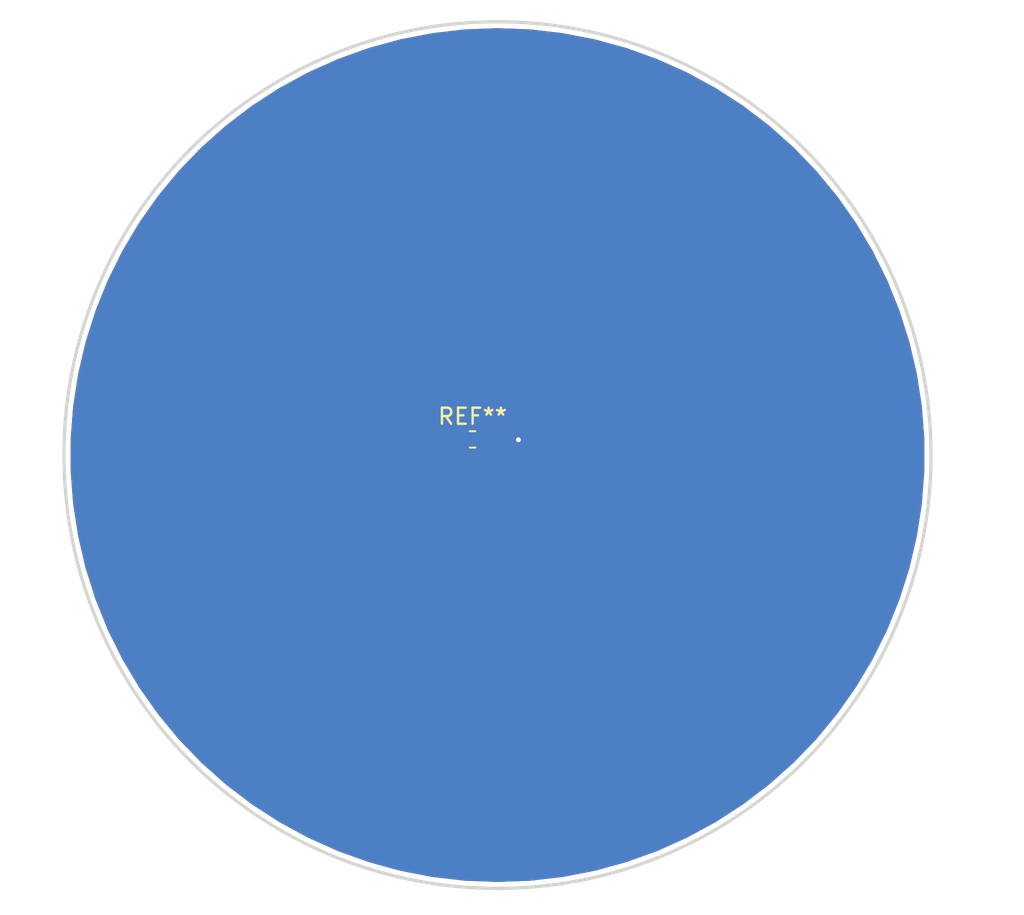
<source format=kicad_pcb>
(kicad_pcb (version 20171130) (host pcbnew "(5.1.8)-1")

  (general
    (thickness 1.6)
    (drawings 1)
    (tracks 3)
    (zones 0)
    (modules 1)
    (nets 3)
  )

  (page A4)
  (title_block
    (title "My PCB")
    (date 2020-11-24)
    (rev 7.0)
    (company "My Company")
    (comment 1 "Designed by: Me")
    (comment 2 Comment)
  )

  (layers
    (0 F.Cu signal)
    (31 B.Cu signal)
    (32 B.Adhes user)
    (33 F.Adhes user)
    (34 B.Paste user)
    (35 F.Paste user)
    (36 B.SilkS user)
    (37 F.SilkS user)
    (38 B.Mask user)
    (39 F.Mask user)
    (40 Dwgs.User user)
    (41 Cmts.User user)
    (42 Eco1.User user)
    (43 Eco2.User user hide)
    (44 Edge.Cuts user)
    (45 Margin user hide)
    (46 B.CrtYd user hide)
    (47 F.CrtYd user hide)
    (48 B.Fab user hide)
    (49 F.Fab user hide)
  )

  (setup
    (last_trace_width 0.2)
    (trace_clearance 0.2)
    (zone_clearance 0.3)
    (zone_45_only no)
    (trace_min 0.2)
    (via_size 0.7)
    (via_drill 0.3)
    (via_min_size 0.4)
    (via_min_drill 0.3)
    (uvia_size 0.3)
    (uvia_drill 0.1)
    (uvias_allowed no)
    (uvia_min_size 0.2)
    (uvia_min_drill 0.1)
    (edge_width 0.2)
    (segment_width 0.2)
    (pcb_text_width 0.3)
    (pcb_text_size 1.5 1.5)
    (mod_edge_width 0.15)
    (mod_text_size 0.5 0.5)
    (mod_text_width 0.1)
    (pad_size 1.05 0.95)
    (pad_drill 0)
    (pad_to_mask_clearance 0.051)
    (solder_mask_min_width 0.25)
    (aux_axis_origin 0 0)
    (grid_origin 157.78 135.29)
    (visible_elements 7FFFFFFF)
    (pcbplotparams
      (layerselection 0x010f0_ffffffff)
      (usegerberextensions false)
      (usegerberattributes false)
      (usegerberadvancedattributes false)
      (creategerberjobfile false)
      (excludeedgelayer true)
      (linewidth 0.100000)
      (plotframeref false)
      (viasonmask false)
      (mode 1)
      (useauxorigin false)
      (hpglpennumber 1)
      (hpglpenspeed 20)
      (hpglpendiameter 15.000000)
      (psnegative false)
      (psa4output false)
      (plotreference true)
      (plotvalue true)
      (plotinvisibletext false)
      (padsonsilk false)
      (subtractmaskfromsilk false)
      (outputformat 1)
      (mirror false)
      (drillshape 0)
      (scaleselection 1)
      (outputdirectory "wheel_v7.1_gbrs/"))
  )

  (net 0 "")
  (net 1 GND)
  (net 2 +3V3)

  (net_class Default "This is the default net class."
    (clearance 0.2)
    (trace_width 0.2)
    (via_dia 0.7)
    (via_drill 0.3)
    (uvia_dia 0.3)
    (uvia_drill 0.1)
    (add_net +3V3)
    (add_net GND)
  )

  (net_class Power ""
    (clearance 0.2)
    (trace_width 0.3)
    (via_dia 0.9)
    (via_drill 0.35)
    (uvia_dia 0.3)
    (uvia_drill 0.1)
  )

  (module Capacitor_SMD:C_0603_1608Metric_Pad1.05x0.95mm_HandSolder (layer F.Cu) (tedit 5FBDDC78) (tstamp 5FBE2D54)
    (at 144.98 91.515)
    (descr "Capacitor SMD 0603 (1608 Metric), square (rectangular) end terminal, IPC_7351 nominal with elongated pad for handsoldering. (Body size source: http://www.tortai-tech.com/upload/download/2011102023233369053.pdf), generated with kicad-footprint-generator")
    (tags "capacitor handsolder")
    (attr smd)
    (fp_text reference REF** (at 0 -1.43) (layer F.SilkS)
      (effects (font (size 1 1) (thickness 0.15)))
    )
    (fp_text value C_0603_1608Metric_Pad1.05x0.95mm_HandSolder (at 0 1.43) (layer F.Fab)
      (effects (font (size 1 1) (thickness 0.15)))
    )
    (fp_text user %R (at 0 0) (layer F.Fab)
      (effects (font (size 0.4 0.4) (thickness 0.06)))
    )
    (fp_line (start -0.8 0.4) (end -0.8 -0.4) (layer F.Fab) (width 0.1))
    (fp_line (start -0.8 -0.4) (end 0.8 -0.4) (layer F.Fab) (width 0.1))
    (fp_line (start 0.8 -0.4) (end 0.8 0.4) (layer F.Fab) (width 0.1))
    (fp_line (start 0.8 0.4) (end -0.8 0.4) (layer F.Fab) (width 0.1))
    (fp_line (start -0.171267 -0.51) (end 0.171267 -0.51) (layer F.SilkS) (width 0.12))
    (fp_line (start -0.171267 0.51) (end 0.171267 0.51) (layer F.SilkS) (width 0.12))
    (fp_line (start -1.65 0.73) (end -1.65 -0.73) (layer F.CrtYd) (width 0.05))
    (fp_line (start -1.65 -0.73) (end 1.65 -0.73) (layer F.CrtYd) (width 0.05))
    (fp_line (start 1.65 -0.73) (end 1.65 0.73) (layer F.CrtYd) (width 0.05))
    (fp_line (start 1.65 0.73) (end -1.65 0.73) (layer F.CrtYd) (width 0.05))
    (pad 2 smd roundrect (at 0.875 0) (size 1.05 0.95) (layers F.Cu F.Paste F.Mask) (roundrect_rratio 0.25)
      (net 1 GND))
    (pad 1 smd roundrect (at -0.875 0) (size 1.05 0.95) (layers F.Cu F.Paste F.Mask) (roundrect_rratio 0.25)
      (net 2 +3V3))
    (model ${KISYS3DMOD}/Capacitor_SMD.3dshapes/C_0603_1608Metric.wrl
      (at (xyz 0 0 0))
      (scale (xyz 1 1 1))
      (rotate (xyz 0 0 0))
    )
  )

  (gr_circle (center 146.53 92.49) (end 169.98 79.165) (layer Edge.Cuts) (width 0.2))

  (via (at 147.83 91.54) (size 0.7) (drill 0.3) (layers F.Cu B.Cu) (net 1))
  (segment (start 147.805 91.515) (end 147.83 91.54) (width 0.2) (layer F.Cu) (net 1))
  (segment (start 145.855 91.515) (end 147.805 91.515) (width 0.2) (layer F.Cu) (net 1))

  (zone (net 1) (net_name GND) (layer B.Cu) (tstamp 0) (hatch edge 0.508)
    (connect_pads (clearance 0.3))
    (min_thickness 0.254)
    (fill yes (arc_segments 32) (thermal_gap 0.508) (thermal_bridge_width 0.508))
    (polygon
      (pts
        (xy 179.305 120.865) (xy 115.58 120.865) (xy 115.58 64.165) (xy 179.305 64.165)
      )
    )
    (filled_polygon
      (pts
        (xy 148.554302 66.123161) (xy 150.566724 66.355486) (xy 152.555457 66.741178) (xy 154.50883 67.277974) (xy 156.41538 67.962725)
        (xy 158.263919 68.791411) (xy 160.043599 69.75917) (xy 161.743975 70.860323) (xy 163.35507 72.088407) (xy 164.867429 73.436216)
        (xy 166.272176 74.89584) (xy 167.561068 76.458713) (xy 168.726542 78.115665) (xy 169.761757 79.856971) (xy 170.66064 81.672412)
        (xy 171.417914 83.551336) (xy 172.029136 85.482715) (xy 172.490719 87.455215) (xy 172.799954 89.457262) (xy 172.955027 91.477106)
        (xy 172.955027 93.502894) (xy 172.799954 95.522738) (xy 172.490719 97.524785) (xy 172.029136 99.497285) (xy 171.417914 101.428664)
        (xy 170.66064 103.307588) (xy 169.761757 105.123029) (xy 168.726542 106.864335) (xy 167.561068 108.521287) (xy 166.272176 110.08416)
        (xy 164.867429 111.543784) (xy 163.35507 112.891593) (xy 161.743975 114.119677) (xy 160.043599 115.22083) (xy 158.263919 116.188589)
        (xy 156.41538 117.017275) (xy 154.50883 117.702026) (xy 152.555457 118.238822) (xy 150.566724 118.624514) (xy 148.554302 118.856839)
        (xy 146.53 118.934432) (xy 144.505698 118.856839) (xy 142.493276 118.624514) (xy 140.504543 118.238822) (xy 138.55117 117.702026)
        (xy 136.64462 117.017275) (xy 134.796081 116.188589) (xy 133.016401 115.22083) (xy 131.316025 114.119677) (xy 129.70493 112.891593)
        (xy 128.192571 111.543784) (xy 126.787824 110.08416) (xy 125.498932 108.521287) (xy 124.333458 106.864335) (xy 123.298243 105.123029)
        (xy 122.39936 103.307588) (xy 121.642086 101.428664) (xy 121.030864 99.497285) (xy 120.569281 97.524785) (xy 120.260046 95.522738)
        (xy 120.104973 93.502894) (xy 120.104973 91.477106) (xy 120.260046 89.457262) (xy 120.569281 87.455215) (xy 121.030864 85.482715)
        (xy 121.642086 83.551336) (xy 122.39936 81.672412) (xy 123.298243 79.856971) (xy 124.333458 78.115665) (xy 125.498932 76.458713)
        (xy 126.787824 74.89584) (xy 128.192571 73.436216) (xy 129.70493 72.088407) (xy 131.316025 70.860323) (xy 133.016401 69.75917)
        (xy 134.796081 68.791411) (xy 136.64462 67.962725) (xy 138.55117 67.277974) (xy 140.504543 66.741178) (xy 142.493276 66.355486)
        (xy 144.505698 66.123161) (xy 146.53 66.045568)
      )
    )
  )
  (zone (net 2) (net_name +3V3) (layer F.Cu) (tstamp 0) (hatch edge 0.508)
    (connect_pads (clearance 0.3))
    (min_thickness 0.254)
    (fill yes (arc_segments 32) (thermal_gap 0.508) (thermal_bridge_width 0.508))
    (polygon
      (pts
        (xy 179.305 121.115) (xy 116.08 121.115) (xy 116.08 64.415) (xy 179.305 64.415)
      )
    )
    (filled_polygon
      (pts
        (xy 148.554302 66.123161) (xy 150.566724 66.355486) (xy 152.555457 66.741178) (xy 154.50883 67.277974) (xy 156.41538 67.962725)
        (xy 158.263919 68.791411) (xy 160.043599 69.75917) (xy 161.743975 70.860323) (xy 163.35507 72.088407) (xy 164.867429 73.436216)
        (xy 166.272176 74.89584) (xy 167.561068 76.458713) (xy 168.726542 78.115665) (xy 169.761757 79.856971) (xy 170.66064 81.672412)
        (xy 171.417914 83.551336) (xy 172.029136 85.482715) (xy 172.490719 87.455215) (xy 172.799954 89.457262) (xy 172.955027 91.477106)
        (xy 172.955027 93.502894) (xy 172.799954 95.522738) (xy 172.490719 97.524785) (xy 172.029136 99.497285) (xy 171.417914 101.428664)
        (xy 170.66064 103.307588) (xy 169.761757 105.123029) (xy 168.726542 106.864335) (xy 167.561068 108.521287) (xy 166.272176 110.08416)
        (xy 164.867429 111.543784) (xy 163.35507 112.891593) (xy 161.743975 114.119677) (xy 160.043599 115.22083) (xy 158.263919 116.188589)
        (xy 156.41538 117.017275) (xy 154.50883 117.702026) (xy 152.555457 118.238822) (xy 150.566724 118.624514) (xy 148.554302 118.856839)
        (xy 146.53 118.934432) (xy 144.505698 118.856839) (xy 142.493276 118.624514) (xy 140.504543 118.238822) (xy 138.55117 117.702026)
        (xy 136.64462 117.017275) (xy 134.796081 116.188589) (xy 133.016401 115.22083) (xy 131.316025 114.119677) (xy 129.70493 112.891593)
        (xy 128.192571 111.543784) (xy 126.787824 110.08416) (xy 125.498932 108.521287) (xy 124.333458 106.864335) (xy 123.298243 105.123029)
        (xy 122.39936 103.307588) (xy 121.642086 101.428664) (xy 121.030864 99.497285) (xy 120.569281 97.524785) (xy 120.260046 95.522738)
        (xy 120.104973 93.502894) (xy 120.104973 91.99) (xy 142.941928 91.99) (xy 142.954188 92.114482) (xy 142.990498 92.23418)
        (xy 143.049463 92.344494) (xy 143.128815 92.441185) (xy 143.225506 92.520537) (xy 143.33582 92.579502) (xy 143.455518 92.615812)
        (xy 143.58 92.628072) (xy 143.81925 92.625) (xy 143.978 92.46625) (xy 143.978 91.642) (xy 143.10375 91.642)
        (xy 142.945 91.80075) (xy 142.941928 91.99) (xy 120.104973 91.99) (xy 120.104973 91.477106) (xy 120.138531 91.04)
        (xy 142.941928 91.04) (xy 142.945 91.22925) (xy 143.10375 91.388) (xy 143.978 91.388) (xy 143.978 90.56375)
        (xy 144.232 90.56375) (xy 144.232 91.388) (xy 144.252 91.388) (xy 144.252 91.642) (xy 144.232 91.642)
        (xy 144.232 92.46625) (xy 144.39075 92.625) (xy 144.63 92.628072) (xy 144.754482 92.615812) (xy 144.87418 92.579502)
        (xy 144.984494 92.520537) (xy 145.081185 92.441185) (xy 145.160537 92.344494) (xy 145.18574 92.297344) (xy 145.197176 92.306729)
        (xy 145.312416 92.368327) (xy 145.437459 92.406258) (xy 145.5675 92.419066) (xy 146.1425 92.419066) (xy 146.272541 92.406258)
        (xy 146.397584 92.368327) (xy 146.512824 92.306729) (xy 146.613833 92.223833) (xy 146.696729 92.122824) (xy 146.739931 92.042)
        (xy 147.233155 92.042) (xy 147.334691 92.143536) (xy 147.461952 92.228569) (xy 147.603357 92.287141) (xy 147.753472 92.317)
        (xy 147.906528 92.317) (xy 148.056643 92.287141) (xy 148.198048 92.228569) (xy 148.325309 92.143536) (xy 148.433536 92.035309)
        (xy 148.518569 91.908048) (xy 148.577141 91.766643) (xy 148.607 91.616528) (xy 148.607 91.463472) (xy 148.577141 91.313357)
        (xy 148.518569 91.171952) (xy 148.433536 91.044691) (xy 148.325309 90.936464) (xy 148.198048 90.851431) (xy 148.056643 90.792859)
        (xy 147.906528 90.763) (xy 147.753472 90.763) (xy 147.603357 90.792859) (xy 147.461952 90.851431) (xy 147.334691 90.936464)
        (xy 147.283155 90.988) (xy 146.739931 90.988) (xy 146.696729 90.907176) (xy 146.613833 90.806167) (xy 146.512824 90.723271)
        (xy 146.397584 90.661673) (xy 146.272541 90.623742) (xy 146.1425 90.610934) (xy 145.5675 90.610934) (xy 145.437459 90.623742)
        (xy 145.312416 90.661673) (xy 145.197176 90.723271) (xy 145.18574 90.732656) (xy 145.160537 90.685506) (xy 145.081185 90.588815)
        (xy 144.984494 90.509463) (xy 144.87418 90.450498) (xy 144.754482 90.414188) (xy 144.63 90.401928) (xy 144.39075 90.405)
        (xy 144.232 90.56375) (xy 143.978 90.56375) (xy 143.81925 90.405) (xy 143.58 90.401928) (xy 143.455518 90.414188)
        (xy 143.33582 90.450498) (xy 143.225506 90.509463) (xy 143.128815 90.588815) (xy 143.049463 90.685506) (xy 142.990498 90.79582)
        (xy 142.954188 90.915518) (xy 142.941928 91.04) (xy 120.138531 91.04) (xy 120.260046 89.457262) (xy 120.569281 87.455215)
        (xy 121.030864 85.482715) (xy 121.642086 83.551336) (xy 122.39936 81.672412) (xy 123.298243 79.856971) (xy 124.333458 78.115665)
        (xy 125.498932 76.458713) (xy 126.787824 74.89584) (xy 128.192571 73.436216) (xy 129.70493 72.088407) (xy 131.316025 70.860323)
        (xy 133.016401 69.75917) (xy 134.796081 68.791411) (xy 136.64462 67.962725) (xy 138.55117 67.277974) (xy 140.504543 66.741178)
        (xy 142.493276 66.355486) (xy 144.505698 66.123161) (xy 146.53 66.045568)
      )
    )
  )
)

</source>
